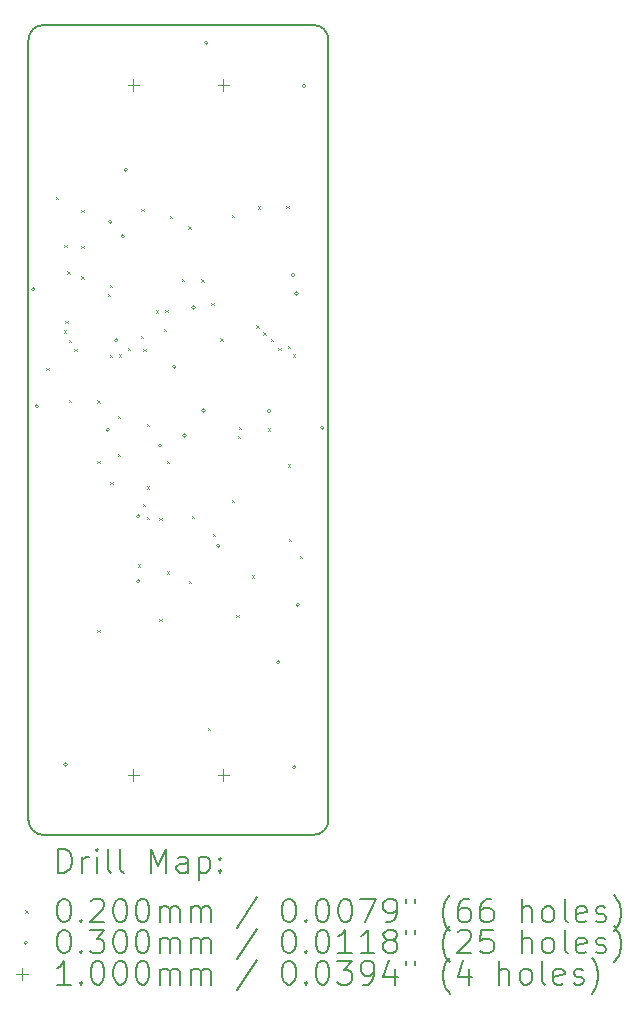
<source format=gbr>
%TF.GenerationSoftware,KiCad,Pcbnew,9.0.6-9.0.6~ubuntu25.10.1*%
%TF.CreationDate,2025-12-22T11:30:26+09:00*%
%TF.ProjectId,bionic-z180f,62696f6e-6963-42d7-9a31-3830662e6b69,2*%
%TF.SameCoordinates,Original*%
%TF.FileFunction,Drillmap*%
%TF.FilePolarity,Positive*%
%FSLAX45Y45*%
G04 Gerber Fmt 4.5, Leading zero omitted, Abs format (unit mm)*
G04 Created by KiCad (PCBNEW 9.0.6-9.0.6~ubuntu25.10.1) date 2025-12-22 11:30:26*
%MOMM*%
%LPD*%
G01*
G04 APERTURE LIST*
%ADD10C,0.150000*%
%ADD11C,0.200000*%
%ADD12C,0.100000*%
G04 APERTURE END LIST*
D10*
X10227000Y-13858000D02*
G75*
G02*
X10100000Y-13731000I0J127000D01*
G01*
X12513000Y-7000000D02*
X10227000Y-7000000D01*
X10100000Y-13731000D02*
X10100000Y-7127000D01*
X10100000Y-7127000D02*
G75*
G02*
X10227000Y-7000000I127000J0D01*
G01*
X10227000Y-13858000D02*
X12513000Y-13858000D01*
X12513000Y-7000000D02*
G75*
G02*
X12640000Y-7127000I0J-127000D01*
G01*
X12640000Y-13731000D02*
G75*
G02*
X12513000Y-13858000I-127000J0D01*
G01*
X12640000Y-13731000D02*
X12640000Y-7127000D01*
D11*
D12*
X10252560Y-9903380D02*
X10272560Y-9923380D01*
X10272560Y-9903380D02*
X10252560Y-9923380D01*
X10333840Y-8458120D02*
X10353840Y-8478120D01*
X10353840Y-8458120D02*
X10333840Y-8478120D01*
X10397340Y-9585880D02*
X10417340Y-9605880D01*
X10417340Y-9585880D02*
X10397340Y-9605880D01*
X10404960Y-8864520D02*
X10424960Y-8884520D01*
X10424960Y-8864520D02*
X10404960Y-8884520D01*
X10412580Y-9504600D02*
X10432580Y-9524600D01*
X10432580Y-9504600D02*
X10412580Y-9524600D01*
X10428780Y-9084900D02*
X10448780Y-9104900D01*
X10448780Y-9084900D02*
X10428780Y-9104900D01*
X10442340Y-9664900D02*
X10462340Y-9684900D01*
X10462340Y-9664900D02*
X10442340Y-9684900D01*
X10444020Y-10175160D02*
X10464020Y-10195160D01*
X10464020Y-10175160D02*
X10444020Y-10195160D01*
X10488060Y-9744900D02*
X10508060Y-9764900D01*
X10508060Y-9744900D02*
X10488060Y-9764900D01*
X10548700Y-8567340D02*
X10568700Y-8587340D01*
X10568700Y-8567340D02*
X10548700Y-8587340D01*
X10548700Y-8872140D02*
X10568700Y-8892140D01*
X10568700Y-8872140D02*
X10548700Y-8892140D01*
X10548700Y-9128680D02*
X10568700Y-9148680D01*
X10568700Y-9128680D02*
X10548700Y-9148680D01*
X10684400Y-10177700D02*
X10704400Y-10197700D01*
X10704400Y-10177700D02*
X10684400Y-10197700D01*
X10684400Y-10688240D02*
X10704400Y-10708240D01*
X10704400Y-10688240D02*
X10684400Y-10708240D01*
X10684400Y-12120800D02*
X10704400Y-12140800D01*
X10704400Y-12120800D02*
X10684400Y-12140800D01*
X10772214Y-9277211D02*
X10792214Y-9297211D01*
X10792214Y-9277211D02*
X10772214Y-9297211D01*
X10789254Y-9199047D02*
X10809254Y-9219047D01*
X10809254Y-9199047D02*
X10789254Y-9219047D01*
X10791040Y-9791620D02*
X10811040Y-9811620D01*
X10811040Y-9791620D02*
X10791040Y-9811620D01*
X10794540Y-10871120D02*
X10814540Y-10891120D01*
X10814540Y-10871120D02*
X10794540Y-10891120D01*
X10854540Y-10309780D02*
X10874540Y-10329780D01*
X10874540Y-10309780D02*
X10854540Y-10329780D01*
X10854540Y-10632360D02*
X10874540Y-10652360D01*
X10874540Y-10632360D02*
X10854540Y-10652360D01*
X10867240Y-9789080D02*
X10887240Y-9809080D01*
X10887240Y-9789080D02*
X10867240Y-9809080D01*
X10940900Y-9733200D02*
X10960900Y-9753200D01*
X10960900Y-9733200D02*
X10940900Y-9753200D01*
X11024720Y-11567080D02*
X11044720Y-11587080D01*
X11044720Y-11567080D02*
X11024720Y-11587080D01*
X11052144Y-9634657D02*
X11072144Y-9654657D01*
X11072144Y-9634657D02*
X11052144Y-9654657D01*
X11055530Y-8557180D02*
X11075530Y-8577180D01*
X11075530Y-8557180D02*
X11055530Y-8577180D01*
X11070440Y-11056460D02*
X11090440Y-11076460D01*
X11090440Y-11056460D02*
X11070440Y-11076460D01*
X11072464Y-9743877D02*
X11092464Y-9763877D01*
X11092464Y-9743877D02*
X11072464Y-9763877D01*
X11103460Y-10378360D02*
X11123460Y-10398360D01*
X11123460Y-10378360D02*
X11103460Y-10398360D01*
X11103460Y-10906680D02*
X11123460Y-10926680D01*
X11123460Y-10906680D02*
X11103460Y-10926680D01*
X11103460Y-11163220D02*
X11123460Y-11183220D01*
X11123460Y-11163220D02*
X11103460Y-11183220D01*
X11177560Y-9415260D02*
X11197560Y-9435260D01*
X11197560Y-9415260D02*
X11177560Y-9435260D01*
X11207600Y-11170840D02*
X11227600Y-11190840D01*
X11227600Y-11170840D02*
X11207600Y-11190840D01*
X11207600Y-12026820D02*
X11227600Y-12046820D01*
X11227600Y-12026820D02*
X11207600Y-12046820D01*
X11247292Y-9574128D02*
X11267292Y-9594128D01*
X11267292Y-9574128D02*
X11247292Y-9594128D01*
X11259670Y-9414430D02*
X11279670Y-9434430D01*
X11279670Y-9414430D02*
X11259670Y-9434430D01*
X11273640Y-10693320D02*
X11293640Y-10713320D01*
X11293640Y-10693320D02*
X11273640Y-10713320D01*
X11273640Y-11627080D02*
X11293640Y-11647080D01*
X11293640Y-11627080D02*
X11273640Y-11647080D01*
X11299313Y-8619100D02*
X11319313Y-8639100D01*
X11319313Y-8619100D02*
X11299313Y-8639100D01*
X11400640Y-9149000D02*
X11420640Y-9169000D01*
X11420640Y-9149000D02*
X11400640Y-9169000D01*
X11453841Y-8704900D02*
X11473841Y-8724900D01*
X11473841Y-8704900D02*
X11453841Y-8724900D01*
X11456520Y-11704240D02*
X11476520Y-11724240D01*
X11476520Y-11704240D02*
X11456520Y-11724240D01*
X11484897Y-11158992D02*
X11504897Y-11178992D01*
X11504897Y-11158992D02*
X11484897Y-11178992D01*
X11564400Y-9152880D02*
X11584400Y-9172880D01*
X11584400Y-9152880D02*
X11564400Y-9172880D01*
X11616540Y-12948840D02*
X11636540Y-12968840D01*
X11636540Y-12948840D02*
X11616540Y-12968840D01*
X11649560Y-9352200D02*
X11669560Y-9372200D01*
X11669560Y-9352200D02*
X11649560Y-9372200D01*
X11659720Y-11308000D02*
X11679720Y-11328000D01*
X11679720Y-11308000D02*
X11659720Y-11328000D01*
X11725760Y-9654460D02*
X11745760Y-9674460D01*
X11745760Y-9654460D02*
X11725760Y-9674460D01*
X11819740Y-8605440D02*
X11839740Y-8625440D01*
X11839740Y-8605440D02*
X11819740Y-8625440D01*
X11822280Y-11023520D02*
X11842280Y-11043520D01*
X11842280Y-11023520D02*
X11822280Y-11043520D01*
X11860380Y-11996340D02*
X11880380Y-12016340D01*
X11880380Y-11996340D02*
X11860380Y-12016340D01*
X11871293Y-10481747D02*
X11891293Y-10501747D01*
X11891293Y-10481747D02*
X11871293Y-10501747D01*
X11883240Y-10401220D02*
X11903240Y-10421220D01*
X11903240Y-10401220D02*
X11883240Y-10421220D01*
X11989920Y-11659240D02*
X12009920Y-11679240D01*
X12009920Y-11659240D02*
X11989920Y-11679240D01*
X12028020Y-9542700D02*
X12048020Y-9562700D01*
X12048020Y-9542700D02*
X12028020Y-9562700D01*
X12043260Y-8536860D02*
X12063260Y-8556860D01*
X12063260Y-8536860D02*
X12043260Y-8556860D01*
X12088020Y-9603660D02*
X12108020Y-9623660D01*
X12108020Y-9603660D02*
X12088020Y-9623660D01*
X12124540Y-10416460D02*
X12144540Y-10436460D01*
X12144540Y-10416460D02*
X12124540Y-10436460D01*
X12149940Y-9656040D02*
X12169940Y-9676040D01*
X12169940Y-9656040D02*
X12149940Y-9676040D01*
X12215980Y-9735740D02*
X12235980Y-9755740D01*
X12235980Y-9735740D02*
X12215980Y-9755740D01*
X12284560Y-8534320D02*
X12304560Y-8554320D01*
X12304560Y-8534320D02*
X12284560Y-8554320D01*
X12293760Y-10721260D02*
X12313760Y-10741260D01*
X12313760Y-10721260D02*
X12293760Y-10741260D01*
X12294720Y-9717960D02*
X12314720Y-9737960D01*
X12314720Y-9717960D02*
X12294720Y-9737960D01*
X12303130Y-11351970D02*
X12323130Y-11371970D01*
X12323130Y-11351970D02*
X12303130Y-11371970D01*
X12337900Y-9789080D02*
X12357900Y-9809080D01*
X12357900Y-9789080D02*
X12337900Y-9809080D01*
X12397590Y-11494690D02*
X12417590Y-11514690D01*
X12417590Y-11494690D02*
X12397590Y-11514690D01*
X10155640Y-9237740D02*
G75*
G02*
X10125640Y-9237740I-15000J0D01*
G01*
X10125640Y-9237740D02*
G75*
G02*
X10155640Y-9237740I15000J0D01*
G01*
X10186120Y-10228340D02*
G75*
G02*
X10156120Y-10228340I-15000J0D01*
G01*
X10156120Y-10228340D02*
G75*
G02*
X10186120Y-10228340I15000J0D01*
G01*
X10429960Y-13261100D02*
G75*
G02*
X10399960Y-13261100I-15000J0D01*
G01*
X10399960Y-13261100D02*
G75*
G02*
X10429960Y-13261100I15000J0D01*
G01*
X10785560Y-10429000D02*
G75*
G02*
X10755560Y-10429000I-15000J0D01*
G01*
X10755560Y-10429000D02*
G75*
G02*
X10785560Y-10429000I15000J0D01*
G01*
X10808420Y-8666240D02*
G75*
G02*
X10778420Y-8666240I-15000J0D01*
G01*
X10778420Y-8666240D02*
G75*
G02*
X10808420Y-8666240I15000J0D01*
G01*
X10859220Y-9669540D02*
G75*
G02*
X10829220Y-9669540I-15000J0D01*
G01*
X10829220Y-9669540D02*
G75*
G02*
X10859220Y-9669540I15000J0D01*
G01*
X10912560Y-8788160D02*
G75*
G02*
X10882560Y-8788160I-15000J0D01*
G01*
X10882560Y-8788160D02*
G75*
G02*
X10912560Y-8788160I15000J0D01*
G01*
X10937960Y-8226820D02*
G75*
G02*
X10907960Y-8226820I-15000J0D01*
G01*
X10907960Y-8226820D02*
G75*
G02*
X10937960Y-8226820I15000J0D01*
G01*
X11044640Y-11160520D02*
G75*
G02*
X11014640Y-11160520I-15000J0D01*
G01*
X11014640Y-11160520D02*
G75*
G02*
X11044640Y-11160520I15000J0D01*
G01*
X11044640Y-11709160D02*
G75*
G02*
X11014640Y-11709160I-15000J0D01*
G01*
X11014640Y-11709160D02*
G75*
G02*
X11044640Y-11709160I15000J0D01*
G01*
X11227520Y-10561080D02*
G75*
G02*
X11197520Y-10561080I-15000J0D01*
G01*
X11197520Y-10561080D02*
G75*
G02*
X11227520Y-10561080I15000J0D01*
G01*
X11349440Y-9893060D02*
G75*
G02*
X11319440Y-9893060I-15000J0D01*
G01*
X11319440Y-9893060D02*
G75*
G02*
X11349440Y-9893060I15000J0D01*
G01*
X11435800Y-10474720D02*
G75*
G02*
X11405800Y-10474720I-15000J0D01*
G01*
X11405800Y-10474720D02*
G75*
G02*
X11435800Y-10474720I15000J0D01*
G01*
X11512000Y-9392680D02*
G75*
G02*
X11482000Y-9392680I-15000J0D01*
G01*
X11482000Y-9392680D02*
G75*
G02*
X11512000Y-9392680I15000J0D01*
G01*
X11595820Y-10263900D02*
G75*
G02*
X11565820Y-10263900I-15000J0D01*
G01*
X11565820Y-10263900D02*
G75*
G02*
X11595820Y-10263900I15000J0D01*
G01*
X11621220Y-7152400D02*
G75*
G02*
X11591220Y-7152400I-15000J0D01*
G01*
X11591220Y-7152400D02*
G75*
G02*
X11621220Y-7152400I15000J0D01*
G01*
X11720280Y-11409440D02*
G75*
G02*
X11690280Y-11409440I-15000J0D01*
G01*
X11690280Y-11409440D02*
G75*
G02*
X11720280Y-11409440I15000J0D01*
G01*
X12149540Y-10268980D02*
G75*
G02*
X12119540Y-10268980I-15000J0D01*
G01*
X12119540Y-10268980D02*
G75*
G02*
X12149540Y-10268980I15000J0D01*
G01*
X12230820Y-12394960D02*
G75*
G02*
X12200820Y-12394960I-15000J0D01*
G01*
X12200820Y-12394960D02*
G75*
G02*
X12230820Y-12394960I15000J0D01*
G01*
X12355280Y-9118360D02*
G75*
G02*
X12325280Y-9118360I-15000J0D01*
G01*
X12325280Y-9118360D02*
G75*
G02*
X12355280Y-9118360I15000J0D01*
G01*
X12365440Y-13286500D02*
G75*
G02*
X12335440Y-13286500I-15000J0D01*
G01*
X12335440Y-13286500D02*
G75*
G02*
X12365440Y-13286500I15000J0D01*
G01*
X12385760Y-9273300D02*
G75*
G02*
X12355760Y-9273300I-15000J0D01*
G01*
X12355760Y-9273300D02*
G75*
G02*
X12385760Y-9273300I15000J0D01*
G01*
X12393380Y-11909820D02*
G75*
G02*
X12363380Y-11909820I-15000J0D01*
G01*
X12363380Y-11909820D02*
G75*
G02*
X12393380Y-11909820I15000J0D01*
G01*
X12446720Y-7518160D02*
G75*
G02*
X12416720Y-7518160I-15000J0D01*
G01*
X12416720Y-7518160D02*
G75*
G02*
X12446720Y-7518160I15000J0D01*
G01*
X12601660Y-10411220D02*
G75*
G02*
X12571660Y-10411220I-15000J0D01*
G01*
X12571660Y-10411220D02*
G75*
G02*
X12601660Y-10411220I15000J0D01*
G01*
X10989000Y-7458000D02*
X10989000Y-7558000D01*
X10939000Y-7508000D02*
X11039000Y-7508000D01*
X10989000Y-13300000D02*
X10989000Y-13400000D01*
X10939000Y-13350000D02*
X11039000Y-13350000D01*
X11751000Y-7458000D02*
X11751000Y-7558000D01*
X11701000Y-7508000D02*
X11801000Y-7508000D01*
X11751000Y-13300000D02*
X11751000Y-13400000D01*
X11701000Y-13350000D02*
X11801000Y-13350000D01*
D11*
X10353277Y-14176984D02*
X10353277Y-13976984D01*
X10353277Y-13976984D02*
X10400896Y-13976984D01*
X10400896Y-13976984D02*
X10429467Y-13986508D01*
X10429467Y-13986508D02*
X10448515Y-14005555D01*
X10448515Y-14005555D02*
X10458039Y-14024603D01*
X10458039Y-14024603D02*
X10467563Y-14062698D01*
X10467563Y-14062698D02*
X10467563Y-14091269D01*
X10467563Y-14091269D02*
X10458039Y-14129365D01*
X10458039Y-14129365D02*
X10448515Y-14148412D01*
X10448515Y-14148412D02*
X10429467Y-14167460D01*
X10429467Y-14167460D02*
X10400896Y-14176984D01*
X10400896Y-14176984D02*
X10353277Y-14176984D01*
X10553277Y-14176984D02*
X10553277Y-14043650D01*
X10553277Y-14081746D02*
X10562801Y-14062698D01*
X10562801Y-14062698D02*
X10572324Y-14053174D01*
X10572324Y-14053174D02*
X10591372Y-14043650D01*
X10591372Y-14043650D02*
X10610420Y-14043650D01*
X10677086Y-14176984D02*
X10677086Y-14043650D01*
X10677086Y-13976984D02*
X10667563Y-13986508D01*
X10667563Y-13986508D02*
X10677086Y-13996031D01*
X10677086Y-13996031D02*
X10686610Y-13986508D01*
X10686610Y-13986508D02*
X10677086Y-13976984D01*
X10677086Y-13976984D02*
X10677086Y-13996031D01*
X10800896Y-14176984D02*
X10781848Y-14167460D01*
X10781848Y-14167460D02*
X10772324Y-14148412D01*
X10772324Y-14148412D02*
X10772324Y-13976984D01*
X10905658Y-14176984D02*
X10886610Y-14167460D01*
X10886610Y-14167460D02*
X10877086Y-14148412D01*
X10877086Y-14148412D02*
X10877086Y-13976984D01*
X11134229Y-14176984D02*
X11134229Y-13976984D01*
X11134229Y-13976984D02*
X11200896Y-14119841D01*
X11200896Y-14119841D02*
X11267562Y-13976984D01*
X11267562Y-13976984D02*
X11267562Y-14176984D01*
X11448515Y-14176984D02*
X11448515Y-14072222D01*
X11448515Y-14072222D02*
X11438991Y-14053174D01*
X11438991Y-14053174D02*
X11419943Y-14043650D01*
X11419943Y-14043650D02*
X11381848Y-14043650D01*
X11381848Y-14043650D02*
X11362801Y-14053174D01*
X11448515Y-14167460D02*
X11429467Y-14176984D01*
X11429467Y-14176984D02*
X11381848Y-14176984D01*
X11381848Y-14176984D02*
X11362801Y-14167460D01*
X11362801Y-14167460D02*
X11353277Y-14148412D01*
X11353277Y-14148412D02*
X11353277Y-14129365D01*
X11353277Y-14129365D02*
X11362801Y-14110317D01*
X11362801Y-14110317D02*
X11381848Y-14100793D01*
X11381848Y-14100793D02*
X11429467Y-14100793D01*
X11429467Y-14100793D02*
X11448515Y-14091269D01*
X11543753Y-14043650D02*
X11543753Y-14243650D01*
X11543753Y-14053174D02*
X11562801Y-14043650D01*
X11562801Y-14043650D02*
X11600896Y-14043650D01*
X11600896Y-14043650D02*
X11619943Y-14053174D01*
X11619943Y-14053174D02*
X11629467Y-14062698D01*
X11629467Y-14062698D02*
X11638991Y-14081746D01*
X11638991Y-14081746D02*
X11638991Y-14138888D01*
X11638991Y-14138888D02*
X11629467Y-14157936D01*
X11629467Y-14157936D02*
X11619943Y-14167460D01*
X11619943Y-14167460D02*
X11600896Y-14176984D01*
X11600896Y-14176984D02*
X11562801Y-14176984D01*
X11562801Y-14176984D02*
X11543753Y-14167460D01*
X11724705Y-14157936D02*
X11734229Y-14167460D01*
X11734229Y-14167460D02*
X11724705Y-14176984D01*
X11724705Y-14176984D02*
X11715182Y-14167460D01*
X11715182Y-14167460D02*
X11724705Y-14157936D01*
X11724705Y-14157936D02*
X11724705Y-14176984D01*
X11724705Y-14053174D02*
X11734229Y-14062698D01*
X11734229Y-14062698D02*
X11724705Y-14072222D01*
X11724705Y-14072222D02*
X11715182Y-14062698D01*
X11715182Y-14062698D02*
X11724705Y-14053174D01*
X11724705Y-14053174D02*
X11724705Y-14072222D01*
D12*
X10072500Y-14495500D02*
X10092500Y-14515500D01*
X10092500Y-14495500D02*
X10072500Y-14515500D01*
D11*
X10391372Y-14396984D02*
X10410420Y-14396984D01*
X10410420Y-14396984D02*
X10429467Y-14406508D01*
X10429467Y-14406508D02*
X10438991Y-14416031D01*
X10438991Y-14416031D02*
X10448515Y-14435079D01*
X10448515Y-14435079D02*
X10458039Y-14473174D01*
X10458039Y-14473174D02*
X10458039Y-14520793D01*
X10458039Y-14520793D02*
X10448515Y-14558888D01*
X10448515Y-14558888D02*
X10438991Y-14577936D01*
X10438991Y-14577936D02*
X10429467Y-14587460D01*
X10429467Y-14587460D02*
X10410420Y-14596984D01*
X10410420Y-14596984D02*
X10391372Y-14596984D01*
X10391372Y-14596984D02*
X10372324Y-14587460D01*
X10372324Y-14587460D02*
X10362801Y-14577936D01*
X10362801Y-14577936D02*
X10353277Y-14558888D01*
X10353277Y-14558888D02*
X10343753Y-14520793D01*
X10343753Y-14520793D02*
X10343753Y-14473174D01*
X10343753Y-14473174D02*
X10353277Y-14435079D01*
X10353277Y-14435079D02*
X10362801Y-14416031D01*
X10362801Y-14416031D02*
X10372324Y-14406508D01*
X10372324Y-14406508D02*
X10391372Y-14396984D01*
X10543753Y-14577936D02*
X10553277Y-14587460D01*
X10553277Y-14587460D02*
X10543753Y-14596984D01*
X10543753Y-14596984D02*
X10534229Y-14587460D01*
X10534229Y-14587460D02*
X10543753Y-14577936D01*
X10543753Y-14577936D02*
X10543753Y-14596984D01*
X10629467Y-14416031D02*
X10638991Y-14406508D01*
X10638991Y-14406508D02*
X10658039Y-14396984D01*
X10658039Y-14396984D02*
X10705658Y-14396984D01*
X10705658Y-14396984D02*
X10724705Y-14406508D01*
X10724705Y-14406508D02*
X10734229Y-14416031D01*
X10734229Y-14416031D02*
X10743753Y-14435079D01*
X10743753Y-14435079D02*
X10743753Y-14454127D01*
X10743753Y-14454127D02*
X10734229Y-14482698D01*
X10734229Y-14482698D02*
X10619944Y-14596984D01*
X10619944Y-14596984D02*
X10743753Y-14596984D01*
X10867563Y-14396984D02*
X10886610Y-14396984D01*
X10886610Y-14396984D02*
X10905658Y-14406508D01*
X10905658Y-14406508D02*
X10915182Y-14416031D01*
X10915182Y-14416031D02*
X10924705Y-14435079D01*
X10924705Y-14435079D02*
X10934229Y-14473174D01*
X10934229Y-14473174D02*
X10934229Y-14520793D01*
X10934229Y-14520793D02*
X10924705Y-14558888D01*
X10924705Y-14558888D02*
X10915182Y-14577936D01*
X10915182Y-14577936D02*
X10905658Y-14587460D01*
X10905658Y-14587460D02*
X10886610Y-14596984D01*
X10886610Y-14596984D02*
X10867563Y-14596984D01*
X10867563Y-14596984D02*
X10848515Y-14587460D01*
X10848515Y-14587460D02*
X10838991Y-14577936D01*
X10838991Y-14577936D02*
X10829467Y-14558888D01*
X10829467Y-14558888D02*
X10819944Y-14520793D01*
X10819944Y-14520793D02*
X10819944Y-14473174D01*
X10819944Y-14473174D02*
X10829467Y-14435079D01*
X10829467Y-14435079D02*
X10838991Y-14416031D01*
X10838991Y-14416031D02*
X10848515Y-14406508D01*
X10848515Y-14406508D02*
X10867563Y-14396984D01*
X11058039Y-14396984D02*
X11077086Y-14396984D01*
X11077086Y-14396984D02*
X11096134Y-14406508D01*
X11096134Y-14406508D02*
X11105658Y-14416031D01*
X11105658Y-14416031D02*
X11115182Y-14435079D01*
X11115182Y-14435079D02*
X11124705Y-14473174D01*
X11124705Y-14473174D02*
X11124705Y-14520793D01*
X11124705Y-14520793D02*
X11115182Y-14558888D01*
X11115182Y-14558888D02*
X11105658Y-14577936D01*
X11105658Y-14577936D02*
X11096134Y-14587460D01*
X11096134Y-14587460D02*
X11077086Y-14596984D01*
X11077086Y-14596984D02*
X11058039Y-14596984D01*
X11058039Y-14596984D02*
X11038991Y-14587460D01*
X11038991Y-14587460D02*
X11029467Y-14577936D01*
X11029467Y-14577936D02*
X11019944Y-14558888D01*
X11019944Y-14558888D02*
X11010420Y-14520793D01*
X11010420Y-14520793D02*
X11010420Y-14473174D01*
X11010420Y-14473174D02*
X11019944Y-14435079D01*
X11019944Y-14435079D02*
X11029467Y-14416031D01*
X11029467Y-14416031D02*
X11038991Y-14406508D01*
X11038991Y-14406508D02*
X11058039Y-14396984D01*
X11210420Y-14596984D02*
X11210420Y-14463650D01*
X11210420Y-14482698D02*
X11219943Y-14473174D01*
X11219943Y-14473174D02*
X11238991Y-14463650D01*
X11238991Y-14463650D02*
X11267563Y-14463650D01*
X11267563Y-14463650D02*
X11286610Y-14473174D01*
X11286610Y-14473174D02*
X11296134Y-14492222D01*
X11296134Y-14492222D02*
X11296134Y-14596984D01*
X11296134Y-14492222D02*
X11305658Y-14473174D01*
X11305658Y-14473174D02*
X11324705Y-14463650D01*
X11324705Y-14463650D02*
X11353277Y-14463650D01*
X11353277Y-14463650D02*
X11372324Y-14473174D01*
X11372324Y-14473174D02*
X11381848Y-14492222D01*
X11381848Y-14492222D02*
X11381848Y-14596984D01*
X11477086Y-14596984D02*
X11477086Y-14463650D01*
X11477086Y-14482698D02*
X11486610Y-14473174D01*
X11486610Y-14473174D02*
X11505658Y-14463650D01*
X11505658Y-14463650D02*
X11534229Y-14463650D01*
X11534229Y-14463650D02*
X11553277Y-14473174D01*
X11553277Y-14473174D02*
X11562801Y-14492222D01*
X11562801Y-14492222D02*
X11562801Y-14596984D01*
X11562801Y-14492222D02*
X11572324Y-14473174D01*
X11572324Y-14473174D02*
X11591372Y-14463650D01*
X11591372Y-14463650D02*
X11619943Y-14463650D01*
X11619943Y-14463650D02*
X11638991Y-14473174D01*
X11638991Y-14473174D02*
X11648515Y-14492222D01*
X11648515Y-14492222D02*
X11648515Y-14596984D01*
X12038991Y-14387460D02*
X11867563Y-14644603D01*
X12296134Y-14396984D02*
X12315182Y-14396984D01*
X12315182Y-14396984D02*
X12334229Y-14406508D01*
X12334229Y-14406508D02*
X12343753Y-14416031D01*
X12343753Y-14416031D02*
X12353277Y-14435079D01*
X12353277Y-14435079D02*
X12362801Y-14473174D01*
X12362801Y-14473174D02*
X12362801Y-14520793D01*
X12362801Y-14520793D02*
X12353277Y-14558888D01*
X12353277Y-14558888D02*
X12343753Y-14577936D01*
X12343753Y-14577936D02*
X12334229Y-14587460D01*
X12334229Y-14587460D02*
X12315182Y-14596984D01*
X12315182Y-14596984D02*
X12296134Y-14596984D01*
X12296134Y-14596984D02*
X12277086Y-14587460D01*
X12277086Y-14587460D02*
X12267563Y-14577936D01*
X12267563Y-14577936D02*
X12258039Y-14558888D01*
X12258039Y-14558888D02*
X12248515Y-14520793D01*
X12248515Y-14520793D02*
X12248515Y-14473174D01*
X12248515Y-14473174D02*
X12258039Y-14435079D01*
X12258039Y-14435079D02*
X12267563Y-14416031D01*
X12267563Y-14416031D02*
X12277086Y-14406508D01*
X12277086Y-14406508D02*
X12296134Y-14396984D01*
X12448515Y-14577936D02*
X12458039Y-14587460D01*
X12458039Y-14587460D02*
X12448515Y-14596984D01*
X12448515Y-14596984D02*
X12438991Y-14587460D01*
X12438991Y-14587460D02*
X12448515Y-14577936D01*
X12448515Y-14577936D02*
X12448515Y-14596984D01*
X12581848Y-14396984D02*
X12600896Y-14396984D01*
X12600896Y-14396984D02*
X12619944Y-14406508D01*
X12619944Y-14406508D02*
X12629467Y-14416031D01*
X12629467Y-14416031D02*
X12638991Y-14435079D01*
X12638991Y-14435079D02*
X12648515Y-14473174D01*
X12648515Y-14473174D02*
X12648515Y-14520793D01*
X12648515Y-14520793D02*
X12638991Y-14558888D01*
X12638991Y-14558888D02*
X12629467Y-14577936D01*
X12629467Y-14577936D02*
X12619944Y-14587460D01*
X12619944Y-14587460D02*
X12600896Y-14596984D01*
X12600896Y-14596984D02*
X12581848Y-14596984D01*
X12581848Y-14596984D02*
X12562801Y-14587460D01*
X12562801Y-14587460D02*
X12553277Y-14577936D01*
X12553277Y-14577936D02*
X12543753Y-14558888D01*
X12543753Y-14558888D02*
X12534229Y-14520793D01*
X12534229Y-14520793D02*
X12534229Y-14473174D01*
X12534229Y-14473174D02*
X12543753Y-14435079D01*
X12543753Y-14435079D02*
X12553277Y-14416031D01*
X12553277Y-14416031D02*
X12562801Y-14406508D01*
X12562801Y-14406508D02*
X12581848Y-14396984D01*
X12772325Y-14396984D02*
X12791372Y-14396984D01*
X12791372Y-14396984D02*
X12810420Y-14406508D01*
X12810420Y-14406508D02*
X12819944Y-14416031D01*
X12819944Y-14416031D02*
X12829467Y-14435079D01*
X12829467Y-14435079D02*
X12838991Y-14473174D01*
X12838991Y-14473174D02*
X12838991Y-14520793D01*
X12838991Y-14520793D02*
X12829467Y-14558888D01*
X12829467Y-14558888D02*
X12819944Y-14577936D01*
X12819944Y-14577936D02*
X12810420Y-14587460D01*
X12810420Y-14587460D02*
X12791372Y-14596984D01*
X12791372Y-14596984D02*
X12772325Y-14596984D01*
X12772325Y-14596984D02*
X12753277Y-14587460D01*
X12753277Y-14587460D02*
X12743753Y-14577936D01*
X12743753Y-14577936D02*
X12734229Y-14558888D01*
X12734229Y-14558888D02*
X12724706Y-14520793D01*
X12724706Y-14520793D02*
X12724706Y-14473174D01*
X12724706Y-14473174D02*
X12734229Y-14435079D01*
X12734229Y-14435079D02*
X12743753Y-14416031D01*
X12743753Y-14416031D02*
X12753277Y-14406508D01*
X12753277Y-14406508D02*
X12772325Y-14396984D01*
X12905658Y-14396984D02*
X13038991Y-14396984D01*
X13038991Y-14396984D02*
X12953277Y-14596984D01*
X13124706Y-14596984D02*
X13162801Y-14596984D01*
X13162801Y-14596984D02*
X13181848Y-14587460D01*
X13181848Y-14587460D02*
X13191372Y-14577936D01*
X13191372Y-14577936D02*
X13210420Y-14549365D01*
X13210420Y-14549365D02*
X13219944Y-14511269D01*
X13219944Y-14511269D02*
X13219944Y-14435079D01*
X13219944Y-14435079D02*
X13210420Y-14416031D01*
X13210420Y-14416031D02*
X13200896Y-14406508D01*
X13200896Y-14406508D02*
X13181848Y-14396984D01*
X13181848Y-14396984D02*
X13143753Y-14396984D01*
X13143753Y-14396984D02*
X13124706Y-14406508D01*
X13124706Y-14406508D02*
X13115182Y-14416031D01*
X13115182Y-14416031D02*
X13105658Y-14435079D01*
X13105658Y-14435079D02*
X13105658Y-14482698D01*
X13105658Y-14482698D02*
X13115182Y-14501746D01*
X13115182Y-14501746D02*
X13124706Y-14511269D01*
X13124706Y-14511269D02*
X13143753Y-14520793D01*
X13143753Y-14520793D02*
X13181848Y-14520793D01*
X13181848Y-14520793D02*
X13200896Y-14511269D01*
X13200896Y-14511269D02*
X13210420Y-14501746D01*
X13210420Y-14501746D02*
X13219944Y-14482698D01*
X13296134Y-14396984D02*
X13296134Y-14435079D01*
X13372325Y-14396984D02*
X13372325Y-14435079D01*
X13667563Y-14673174D02*
X13658039Y-14663650D01*
X13658039Y-14663650D02*
X13638991Y-14635079D01*
X13638991Y-14635079D02*
X13629468Y-14616031D01*
X13629468Y-14616031D02*
X13619944Y-14587460D01*
X13619944Y-14587460D02*
X13610420Y-14539841D01*
X13610420Y-14539841D02*
X13610420Y-14501746D01*
X13610420Y-14501746D02*
X13619944Y-14454127D01*
X13619944Y-14454127D02*
X13629468Y-14425555D01*
X13629468Y-14425555D02*
X13638991Y-14406508D01*
X13638991Y-14406508D02*
X13658039Y-14377936D01*
X13658039Y-14377936D02*
X13667563Y-14368412D01*
X13829468Y-14396984D02*
X13791372Y-14396984D01*
X13791372Y-14396984D02*
X13772325Y-14406508D01*
X13772325Y-14406508D02*
X13762801Y-14416031D01*
X13762801Y-14416031D02*
X13743753Y-14444603D01*
X13743753Y-14444603D02*
X13734229Y-14482698D01*
X13734229Y-14482698D02*
X13734229Y-14558888D01*
X13734229Y-14558888D02*
X13743753Y-14577936D01*
X13743753Y-14577936D02*
X13753277Y-14587460D01*
X13753277Y-14587460D02*
X13772325Y-14596984D01*
X13772325Y-14596984D02*
X13810420Y-14596984D01*
X13810420Y-14596984D02*
X13829468Y-14587460D01*
X13829468Y-14587460D02*
X13838991Y-14577936D01*
X13838991Y-14577936D02*
X13848515Y-14558888D01*
X13848515Y-14558888D02*
X13848515Y-14511269D01*
X13848515Y-14511269D02*
X13838991Y-14492222D01*
X13838991Y-14492222D02*
X13829468Y-14482698D01*
X13829468Y-14482698D02*
X13810420Y-14473174D01*
X13810420Y-14473174D02*
X13772325Y-14473174D01*
X13772325Y-14473174D02*
X13753277Y-14482698D01*
X13753277Y-14482698D02*
X13743753Y-14492222D01*
X13743753Y-14492222D02*
X13734229Y-14511269D01*
X14019944Y-14396984D02*
X13981848Y-14396984D01*
X13981848Y-14396984D02*
X13962801Y-14406508D01*
X13962801Y-14406508D02*
X13953277Y-14416031D01*
X13953277Y-14416031D02*
X13934229Y-14444603D01*
X13934229Y-14444603D02*
X13924706Y-14482698D01*
X13924706Y-14482698D02*
X13924706Y-14558888D01*
X13924706Y-14558888D02*
X13934229Y-14577936D01*
X13934229Y-14577936D02*
X13943753Y-14587460D01*
X13943753Y-14587460D02*
X13962801Y-14596984D01*
X13962801Y-14596984D02*
X14000896Y-14596984D01*
X14000896Y-14596984D02*
X14019944Y-14587460D01*
X14019944Y-14587460D02*
X14029468Y-14577936D01*
X14029468Y-14577936D02*
X14038991Y-14558888D01*
X14038991Y-14558888D02*
X14038991Y-14511269D01*
X14038991Y-14511269D02*
X14029468Y-14492222D01*
X14029468Y-14492222D02*
X14019944Y-14482698D01*
X14019944Y-14482698D02*
X14000896Y-14473174D01*
X14000896Y-14473174D02*
X13962801Y-14473174D01*
X13962801Y-14473174D02*
X13943753Y-14482698D01*
X13943753Y-14482698D02*
X13934229Y-14492222D01*
X13934229Y-14492222D02*
X13924706Y-14511269D01*
X14277087Y-14596984D02*
X14277087Y-14396984D01*
X14362801Y-14596984D02*
X14362801Y-14492222D01*
X14362801Y-14492222D02*
X14353277Y-14473174D01*
X14353277Y-14473174D02*
X14334230Y-14463650D01*
X14334230Y-14463650D02*
X14305658Y-14463650D01*
X14305658Y-14463650D02*
X14286610Y-14473174D01*
X14286610Y-14473174D02*
X14277087Y-14482698D01*
X14486610Y-14596984D02*
X14467563Y-14587460D01*
X14467563Y-14587460D02*
X14458039Y-14577936D01*
X14458039Y-14577936D02*
X14448515Y-14558888D01*
X14448515Y-14558888D02*
X14448515Y-14501746D01*
X14448515Y-14501746D02*
X14458039Y-14482698D01*
X14458039Y-14482698D02*
X14467563Y-14473174D01*
X14467563Y-14473174D02*
X14486610Y-14463650D01*
X14486610Y-14463650D02*
X14515182Y-14463650D01*
X14515182Y-14463650D02*
X14534230Y-14473174D01*
X14534230Y-14473174D02*
X14543753Y-14482698D01*
X14543753Y-14482698D02*
X14553277Y-14501746D01*
X14553277Y-14501746D02*
X14553277Y-14558888D01*
X14553277Y-14558888D02*
X14543753Y-14577936D01*
X14543753Y-14577936D02*
X14534230Y-14587460D01*
X14534230Y-14587460D02*
X14515182Y-14596984D01*
X14515182Y-14596984D02*
X14486610Y-14596984D01*
X14667563Y-14596984D02*
X14648515Y-14587460D01*
X14648515Y-14587460D02*
X14638991Y-14568412D01*
X14638991Y-14568412D02*
X14638991Y-14396984D01*
X14819944Y-14587460D02*
X14800896Y-14596984D01*
X14800896Y-14596984D02*
X14762801Y-14596984D01*
X14762801Y-14596984D02*
X14743753Y-14587460D01*
X14743753Y-14587460D02*
X14734230Y-14568412D01*
X14734230Y-14568412D02*
X14734230Y-14492222D01*
X14734230Y-14492222D02*
X14743753Y-14473174D01*
X14743753Y-14473174D02*
X14762801Y-14463650D01*
X14762801Y-14463650D02*
X14800896Y-14463650D01*
X14800896Y-14463650D02*
X14819944Y-14473174D01*
X14819944Y-14473174D02*
X14829468Y-14492222D01*
X14829468Y-14492222D02*
X14829468Y-14511269D01*
X14829468Y-14511269D02*
X14734230Y-14530317D01*
X14905658Y-14587460D02*
X14924706Y-14596984D01*
X14924706Y-14596984D02*
X14962801Y-14596984D01*
X14962801Y-14596984D02*
X14981849Y-14587460D01*
X14981849Y-14587460D02*
X14991372Y-14568412D01*
X14991372Y-14568412D02*
X14991372Y-14558888D01*
X14991372Y-14558888D02*
X14981849Y-14539841D01*
X14981849Y-14539841D02*
X14962801Y-14530317D01*
X14962801Y-14530317D02*
X14934230Y-14530317D01*
X14934230Y-14530317D02*
X14915182Y-14520793D01*
X14915182Y-14520793D02*
X14905658Y-14501746D01*
X14905658Y-14501746D02*
X14905658Y-14492222D01*
X14905658Y-14492222D02*
X14915182Y-14473174D01*
X14915182Y-14473174D02*
X14934230Y-14463650D01*
X14934230Y-14463650D02*
X14962801Y-14463650D01*
X14962801Y-14463650D02*
X14981849Y-14473174D01*
X15058039Y-14673174D02*
X15067563Y-14663650D01*
X15067563Y-14663650D02*
X15086611Y-14635079D01*
X15086611Y-14635079D02*
X15096134Y-14616031D01*
X15096134Y-14616031D02*
X15105658Y-14587460D01*
X15105658Y-14587460D02*
X15115182Y-14539841D01*
X15115182Y-14539841D02*
X15115182Y-14501746D01*
X15115182Y-14501746D02*
X15105658Y-14454127D01*
X15105658Y-14454127D02*
X15096134Y-14425555D01*
X15096134Y-14425555D02*
X15086611Y-14406508D01*
X15086611Y-14406508D02*
X15067563Y-14377936D01*
X15067563Y-14377936D02*
X15058039Y-14368412D01*
D12*
X10092500Y-14769500D02*
G75*
G02*
X10062500Y-14769500I-15000J0D01*
G01*
X10062500Y-14769500D02*
G75*
G02*
X10092500Y-14769500I15000J0D01*
G01*
D11*
X10391372Y-14660984D02*
X10410420Y-14660984D01*
X10410420Y-14660984D02*
X10429467Y-14670508D01*
X10429467Y-14670508D02*
X10438991Y-14680031D01*
X10438991Y-14680031D02*
X10448515Y-14699079D01*
X10448515Y-14699079D02*
X10458039Y-14737174D01*
X10458039Y-14737174D02*
X10458039Y-14784793D01*
X10458039Y-14784793D02*
X10448515Y-14822888D01*
X10448515Y-14822888D02*
X10438991Y-14841936D01*
X10438991Y-14841936D02*
X10429467Y-14851460D01*
X10429467Y-14851460D02*
X10410420Y-14860984D01*
X10410420Y-14860984D02*
X10391372Y-14860984D01*
X10391372Y-14860984D02*
X10372324Y-14851460D01*
X10372324Y-14851460D02*
X10362801Y-14841936D01*
X10362801Y-14841936D02*
X10353277Y-14822888D01*
X10353277Y-14822888D02*
X10343753Y-14784793D01*
X10343753Y-14784793D02*
X10343753Y-14737174D01*
X10343753Y-14737174D02*
X10353277Y-14699079D01*
X10353277Y-14699079D02*
X10362801Y-14680031D01*
X10362801Y-14680031D02*
X10372324Y-14670508D01*
X10372324Y-14670508D02*
X10391372Y-14660984D01*
X10543753Y-14841936D02*
X10553277Y-14851460D01*
X10553277Y-14851460D02*
X10543753Y-14860984D01*
X10543753Y-14860984D02*
X10534229Y-14851460D01*
X10534229Y-14851460D02*
X10543753Y-14841936D01*
X10543753Y-14841936D02*
X10543753Y-14860984D01*
X10619944Y-14660984D02*
X10743753Y-14660984D01*
X10743753Y-14660984D02*
X10677086Y-14737174D01*
X10677086Y-14737174D02*
X10705658Y-14737174D01*
X10705658Y-14737174D02*
X10724705Y-14746698D01*
X10724705Y-14746698D02*
X10734229Y-14756222D01*
X10734229Y-14756222D02*
X10743753Y-14775269D01*
X10743753Y-14775269D02*
X10743753Y-14822888D01*
X10743753Y-14822888D02*
X10734229Y-14841936D01*
X10734229Y-14841936D02*
X10724705Y-14851460D01*
X10724705Y-14851460D02*
X10705658Y-14860984D01*
X10705658Y-14860984D02*
X10648515Y-14860984D01*
X10648515Y-14860984D02*
X10629467Y-14851460D01*
X10629467Y-14851460D02*
X10619944Y-14841936D01*
X10867563Y-14660984D02*
X10886610Y-14660984D01*
X10886610Y-14660984D02*
X10905658Y-14670508D01*
X10905658Y-14670508D02*
X10915182Y-14680031D01*
X10915182Y-14680031D02*
X10924705Y-14699079D01*
X10924705Y-14699079D02*
X10934229Y-14737174D01*
X10934229Y-14737174D02*
X10934229Y-14784793D01*
X10934229Y-14784793D02*
X10924705Y-14822888D01*
X10924705Y-14822888D02*
X10915182Y-14841936D01*
X10915182Y-14841936D02*
X10905658Y-14851460D01*
X10905658Y-14851460D02*
X10886610Y-14860984D01*
X10886610Y-14860984D02*
X10867563Y-14860984D01*
X10867563Y-14860984D02*
X10848515Y-14851460D01*
X10848515Y-14851460D02*
X10838991Y-14841936D01*
X10838991Y-14841936D02*
X10829467Y-14822888D01*
X10829467Y-14822888D02*
X10819944Y-14784793D01*
X10819944Y-14784793D02*
X10819944Y-14737174D01*
X10819944Y-14737174D02*
X10829467Y-14699079D01*
X10829467Y-14699079D02*
X10838991Y-14680031D01*
X10838991Y-14680031D02*
X10848515Y-14670508D01*
X10848515Y-14670508D02*
X10867563Y-14660984D01*
X11058039Y-14660984D02*
X11077086Y-14660984D01*
X11077086Y-14660984D02*
X11096134Y-14670508D01*
X11096134Y-14670508D02*
X11105658Y-14680031D01*
X11105658Y-14680031D02*
X11115182Y-14699079D01*
X11115182Y-14699079D02*
X11124705Y-14737174D01*
X11124705Y-14737174D02*
X11124705Y-14784793D01*
X11124705Y-14784793D02*
X11115182Y-14822888D01*
X11115182Y-14822888D02*
X11105658Y-14841936D01*
X11105658Y-14841936D02*
X11096134Y-14851460D01*
X11096134Y-14851460D02*
X11077086Y-14860984D01*
X11077086Y-14860984D02*
X11058039Y-14860984D01*
X11058039Y-14860984D02*
X11038991Y-14851460D01*
X11038991Y-14851460D02*
X11029467Y-14841936D01*
X11029467Y-14841936D02*
X11019944Y-14822888D01*
X11019944Y-14822888D02*
X11010420Y-14784793D01*
X11010420Y-14784793D02*
X11010420Y-14737174D01*
X11010420Y-14737174D02*
X11019944Y-14699079D01*
X11019944Y-14699079D02*
X11029467Y-14680031D01*
X11029467Y-14680031D02*
X11038991Y-14670508D01*
X11038991Y-14670508D02*
X11058039Y-14660984D01*
X11210420Y-14860984D02*
X11210420Y-14727650D01*
X11210420Y-14746698D02*
X11219943Y-14737174D01*
X11219943Y-14737174D02*
X11238991Y-14727650D01*
X11238991Y-14727650D02*
X11267563Y-14727650D01*
X11267563Y-14727650D02*
X11286610Y-14737174D01*
X11286610Y-14737174D02*
X11296134Y-14756222D01*
X11296134Y-14756222D02*
X11296134Y-14860984D01*
X11296134Y-14756222D02*
X11305658Y-14737174D01*
X11305658Y-14737174D02*
X11324705Y-14727650D01*
X11324705Y-14727650D02*
X11353277Y-14727650D01*
X11353277Y-14727650D02*
X11372324Y-14737174D01*
X11372324Y-14737174D02*
X11381848Y-14756222D01*
X11381848Y-14756222D02*
X11381848Y-14860984D01*
X11477086Y-14860984D02*
X11477086Y-14727650D01*
X11477086Y-14746698D02*
X11486610Y-14737174D01*
X11486610Y-14737174D02*
X11505658Y-14727650D01*
X11505658Y-14727650D02*
X11534229Y-14727650D01*
X11534229Y-14727650D02*
X11553277Y-14737174D01*
X11553277Y-14737174D02*
X11562801Y-14756222D01*
X11562801Y-14756222D02*
X11562801Y-14860984D01*
X11562801Y-14756222D02*
X11572324Y-14737174D01*
X11572324Y-14737174D02*
X11591372Y-14727650D01*
X11591372Y-14727650D02*
X11619943Y-14727650D01*
X11619943Y-14727650D02*
X11638991Y-14737174D01*
X11638991Y-14737174D02*
X11648515Y-14756222D01*
X11648515Y-14756222D02*
X11648515Y-14860984D01*
X12038991Y-14651460D02*
X11867563Y-14908603D01*
X12296134Y-14660984D02*
X12315182Y-14660984D01*
X12315182Y-14660984D02*
X12334229Y-14670508D01*
X12334229Y-14670508D02*
X12343753Y-14680031D01*
X12343753Y-14680031D02*
X12353277Y-14699079D01*
X12353277Y-14699079D02*
X12362801Y-14737174D01*
X12362801Y-14737174D02*
X12362801Y-14784793D01*
X12362801Y-14784793D02*
X12353277Y-14822888D01*
X12353277Y-14822888D02*
X12343753Y-14841936D01*
X12343753Y-14841936D02*
X12334229Y-14851460D01*
X12334229Y-14851460D02*
X12315182Y-14860984D01*
X12315182Y-14860984D02*
X12296134Y-14860984D01*
X12296134Y-14860984D02*
X12277086Y-14851460D01*
X12277086Y-14851460D02*
X12267563Y-14841936D01*
X12267563Y-14841936D02*
X12258039Y-14822888D01*
X12258039Y-14822888D02*
X12248515Y-14784793D01*
X12248515Y-14784793D02*
X12248515Y-14737174D01*
X12248515Y-14737174D02*
X12258039Y-14699079D01*
X12258039Y-14699079D02*
X12267563Y-14680031D01*
X12267563Y-14680031D02*
X12277086Y-14670508D01*
X12277086Y-14670508D02*
X12296134Y-14660984D01*
X12448515Y-14841936D02*
X12458039Y-14851460D01*
X12458039Y-14851460D02*
X12448515Y-14860984D01*
X12448515Y-14860984D02*
X12438991Y-14851460D01*
X12438991Y-14851460D02*
X12448515Y-14841936D01*
X12448515Y-14841936D02*
X12448515Y-14860984D01*
X12581848Y-14660984D02*
X12600896Y-14660984D01*
X12600896Y-14660984D02*
X12619944Y-14670508D01*
X12619944Y-14670508D02*
X12629467Y-14680031D01*
X12629467Y-14680031D02*
X12638991Y-14699079D01*
X12638991Y-14699079D02*
X12648515Y-14737174D01*
X12648515Y-14737174D02*
X12648515Y-14784793D01*
X12648515Y-14784793D02*
X12638991Y-14822888D01*
X12638991Y-14822888D02*
X12629467Y-14841936D01*
X12629467Y-14841936D02*
X12619944Y-14851460D01*
X12619944Y-14851460D02*
X12600896Y-14860984D01*
X12600896Y-14860984D02*
X12581848Y-14860984D01*
X12581848Y-14860984D02*
X12562801Y-14851460D01*
X12562801Y-14851460D02*
X12553277Y-14841936D01*
X12553277Y-14841936D02*
X12543753Y-14822888D01*
X12543753Y-14822888D02*
X12534229Y-14784793D01*
X12534229Y-14784793D02*
X12534229Y-14737174D01*
X12534229Y-14737174D02*
X12543753Y-14699079D01*
X12543753Y-14699079D02*
X12553277Y-14680031D01*
X12553277Y-14680031D02*
X12562801Y-14670508D01*
X12562801Y-14670508D02*
X12581848Y-14660984D01*
X12838991Y-14860984D02*
X12724706Y-14860984D01*
X12781848Y-14860984D02*
X12781848Y-14660984D01*
X12781848Y-14660984D02*
X12762801Y-14689555D01*
X12762801Y-14689555D02*
X12743753Y-14708603D01*
X12743753Y-14708603D02*
X12724706Y-14718127D01*
X13029467Y-14860984D02*
X12915182Y-14860984D01*
X12972325Y-14860984D02*
X12972325Y-14660984D01*
X12972325Y-14660984D02*
X12953277Y-14689555D01*
X12953277Y-14689555D02*
X12934229Y-14708603D01*
X12934229Y-14708603D02*
X12915182Y-14718127D01*
X13143753Y-14746698D02*
X13124706Y-14737174D01*
X13124706Y-14737174D02*
X13115182Y-14727650D01*
X13115182Y-14727650D02*
X13105658Y-14708603D01*
X13105658Y-14708603D02*
X13105658Y-14699079D01*
X13105658Y-14699079D02*
X13115182Y-14680031D01*
X13115182Y-14680031D02*
X13124706Y-14670508D01*
X13124706Y-14670508D02*
X13143753Y-14660984D01*
X13143753Y-14660984D02*
X13181848Y-14660984D01*
X13181848Y-14660984D02*
X13200896Y-14670508D01*
X13200896Y-14670508D02*
X13210420Y-14680031D01*
X13210420Y-14680031D02*
X13219944Y-14699079D01*
X13219944Y-14699079D02*
X13219944Y-14708603D01*
X13219944Y-14708603D02*
X13210420Y-14727650D01*
X13210420Y-14727650D02*
X13200896Y-14737174D01*
X13200896Y-14737174D02*
X13181848Y-14746698D01*
X13181848Y-14746698D02*
X13143753Y-14746698D01*
X13143753Y-14746698D02*
X13124706Y-14756222D01*
X13124706Y-14756222D02*
X13115182Y-14765746D01*
X13115182Y-14765746D02*
X13105658Y-14784793D01*
X13105658Y-14784793D02*
X13105658Y-14822888D01*
X13105658Y-14822888D02*
X13115182Y-14841936D01*
X13115182Y-14841936D02*
X13124706Y-14851460D01*
X13124706Y-14851460D02*
X13143753Y-14860984D01*
X13143753Y-14860984D02*
X13181848Y-14860984D01*
X13181848Y-14860984D02*
X13200896Y-14851460D01*
X13200896Y-14851460D02*
X13210420Y-14841936D01*
X13210420Y-14841936D02*
X13219944Y-14822888D01*
X13219944Y-14822888D02*
X13219944Y-14784793D01*
X13219944Y-14784793D02*
X13210420Y-14765746D01*
X13210420Y-14765746D02*
X13200896Y-14756222D01*
X13200896Y-14756222D02*
X13181848Y-14746698D01*
X13296134Y-14660984D02*
X13296134Y-14699079D01*
X13372325Y-14660984D02*
X13372325Y-14699079D01*
X13667563Y-14937174D02*
X13658039Y-14927650D01*
X13658039Y-14927650D02*
X13638991Y-14899079D01*
X13638991Y-14899079D02*
X13629468Y-14880031D01*
X13629468Y-14880031D02*
X13619944Y-14851460D01*
X13619944Y-14851460D02*
X13610420Y-14803841D01*
X13610420Y-14803841D02*
X13610420Y-14765746D01*
X13610420Y-14765746D02*
X13619944Y-14718127D01*
X13619944Y-14718127D02*
X13629468Y-14689555D01*
X13629468Y-14689555D02*
X13638991Y-14670508D01*
X13638991Y-14670508D02*
X13658039Y-14641936D01*
X13658039Y-14641936D02*
X13667563Y-14632412D01*
X13734229Y-14680031D02*
X13743753Y-14670508D01*
X13743753Y-14670508D02*
X13762801Y-14660984D01*
X13762801Y-14660984D02*
X13810420Y-14660984D01*
X13810420Y-14660984D02*
X13829468Y-14670508D01*
X13829468Y-14670508D02*
X13838991Y-14680031D01*
X13838991Y-14680031D02*
X13848515Y-14699079D01*
X13848515Y-14699079D02*
X13848515Y-14718127D01*
X13848515Y-14718127D02*
X13838991Y-14746698D01*
X13838991Y-14746698D02*
X13724706Y-14860984D01*
X13724706Y-14860984D02*
X13848515Y-14860984D01*
X14029468Y-14660984D02*
X13934229Y-14660984D01*
X13934229Y-14660984D02*
X13924706Y-14756222D01*
X13924706Y-14756222D02*
X13934229Y-14746698D01*
X13934229Y-14746698D02*
X13953277Y-14737174D01*
X13953277Y-14737174D02*
X14000896Y-14737174D01*
X14000896Y-14737174D02*
X14019944Y-14746698D01*
X14019944Y-14746698D02*
X14029468Y-14756222D01*
X14029468Y-14756222D02*
X14038991Y-14775269D01*
X14038991Y-14775269D02*
X14038991Y-14822888D01*
X14038991Y-14822888D02*
X14029468Y-14841936D01*
X14029468Y-14841936D02*
X14019944Y-14851460D01*
X14019944Y-14851460D02*
X14000896Y-14860984D01*
X14000896Y-14860984D02*
X13953277Y-14860984D01*
X13953277Y-14860984D02*
X13934229Y-14851460D01*
X13934229Y-14851460D02*
X13924706Y-14841936D01*
X14277087Y-14860984D02*
X14277087Y-14660984D01*
X14362801Y-14860984D02*
X14362801Y-14756222D01*
X14362801Y-14756222D02*
X14353277Y-14737174D01*
X14353277Y-14737174D02*
X14334230Y-14727650D01*
X14334230Y-14727650D02*
X14305658Y-14727650D01*
X14305658Y-14727650D02*
X14286610Y-14737174D01*
X14286610Y-14737174D02*
X14277087Y-14746698D01*
X14486610Y-14860984D02*
X14467563Y-14851460D01*
X14467563Y-14851460D02*
X14458039Y-14841936D01*
X14458039Y-14841936D02*
X14448515Y-14822888D01*
X14448515Y-14822888D02*
X14448515Y-14765746D01*
X14448515Y-14765746D02*
X14458039Y-14746698D01*
X14458039Y-14746698D02*
X14467563Y-14737174D01*
X14467563Y-14737174D02*
X14486610Y-14727650D01*
X14486610Y-14727650D02*
X14515182Y-14727650D01*
X14515182Y-14727650D02*
X14534230Y-14737174D01*
X14534230Y-14737174D02*
X14543753Y-14746698D01*
X14543753Y-14746698D02*
X14553277Y-14765746D01*
X14553277Y-14765746D02*
X14553277Y-14822888D01*
X14553277Y-14822888D02*
X14543753Y-14841936D01*
X14543753Y-14841936D02*
X14534230Y-14851460D01*
X14534230Y-14851460D02*
X14515182Y-14860984D01*
X14515182Y-14860984D02*
X14486610Y-14860984D01*
X14667563Y-14860984D02*
X14648515Y-14851460D01*
X14648515Y-14851460D02*
X14638991Y-14832412D01*
X14638991Y-14832412D02*
X14638991Y-14660984D01*
X14819944Y-14851460D02*
X14800896Y-14860984D01*
X14800896Y-14860984D02*
X14762801Y-14860984D01*
X14762801Y-14860984D02*
X14743753Y-14851460D01*
X14743753Y-14851460D02*
X14734230Y-14832412D01*
X14734230Y-14832412D02*
X14734230Y-14756222D01*
X14734230Y-14756222D02*
X14743753Y-14737174D01*
X14743753Y-14737174D02*
X14762801Y-14727650D01*
X14762801Y-14727650D02*
X14800896Y-14727650D01*
X14800896Y-14727650D02*
X14819944Y-14737174D01*
X14819944Y-14737174D02*
X14829468Y-14756222D01*
X14829468Y-14756222D02*
X14829468Y-14775269D01*
X14829468Y-14775269D02*
X14734230Y-14794317D01*
X14905658Y-14851460D02*
X14924706Y-14860984D01*
X14924706Y-14860984D02*
X14962801Y-14860984D01*
X14962801Y-14860984D02*
X14981849Y-14851460D01*
X14981849Y-14851460D02*
X14991372Y-14832412D01*
X14991372Y-14832412D02*
X14991372Y-14822888D01*
X14991372Y-14822888D02*
X14981849Y-14803841D01*
X14981849Y-14803841D02*
X14962801Y-14794317D01*
X14962801Y-14794317D02*
X14934230Y-14794317D01*
X14934230Y-14794317D02*
X14915182Y-14784793D01*
X14915182Y-14784793D02*
X14905658Y-14765746D01*
X14905658Y-14765746D02*
X14905658Y-14756222D01*
X14905658Y-14756222D02*
X14915182Y-14737174D01*
X14915182Y-14737174D02*
X14934230Y-14727650D01*
X14934230Y-14727650D02*
X14962801Y-14727650D01*
X14962801Y-14727650D02*
X14981849Y-14737174D01*
X15058039Y-14937174D02*
X15067563Y-14927650D01*
X15067563Y-14927650D02*
X15086611Y-14899079D01*
X15086611Y-14899079D02*
X15096134Y-14880031D01*
X15096134Y-14880031D02*
X15105658Y-14851460D01*
X15105658Y-14851460D02*
X15115182Y-14803841D01*
X15115182Y-14803841D02*
X15115182Y-14765746D01*
X15115182Y-14765746D02*
X15105658Y-14718127D01*
X15105658Y-14718127D02*
X15096134Y-14689555D01*
X15096134Y-14689555D02*
X15086611Y-14670508D01*
X15086611Y-14670508D02*
X15067563Y-14641936D01*
X15067563Y-14641936D02*
X15058039Y-14632412D01*
D12*
X10042500Y-14983500D02*
X10042500Y-15083500D01*
X9992500Y-15033500D02*
X10092500Y-15033500D01*
D11*
X10458039Y-15124984D02*
X10343753Y-15124984D01*
X10400896Y-15124984D02*
X10400896Y-14924984D01*
X10400896Y-14924984D02*
X10381848Y-14953555D01*
X10381848Y-14953555D02*
X10362801Y-14972603D01*
X10362801Y-14972603D02*
X10343753Y-14982127D01*
X10543753Y-15105936D02*
X10553277Y-15115460D01*
X10553277Y-15115460D02*
X10543753Y-15124984D01*
X10543753Y-15124984D02*
X10534229Y-15115460D01*
X10534229Y-15115460D02*
X10543753Y-15105936D01*
X10543753Y-15105936D02*
X10543753Y-15124984D01*
X10677086Y-14924984D02*
X10696134Y-14924984D01*
X10696134Y-14924984D02*
X10715182Y-14934508D01*
X10715182Y-14934508D02*
X10724705Y-14944031D01*
X10724705Y-14944031D02*
X10734229Y-14963079D01*
X10734229Y-14963079D02*
X10743753Y-15001174D01*
X10743753Y-15001174D02*
X10743753Y-15048793D01*
X10743753Y-15048793D02*
X10734229Y-15086888D01*
X10734229Y-15086888D02*
X10724705Y-15105936D01*
X10724705Y-15105936D02*
X10715182Y-15115460D01*
X10715182Y-15115460D02*
X10696134Y-15124984D01*
X10696134Y-15124984D02*
X10677086Y-15124984D01*
X10677086Y-15124984D02*
X10658039Y-15115460D01*
X10658039Y-15115460D02*
X10648515Y-15105936D01*
X10648515Y-15105936D02*
X10638991Y-15086888D01*
X10638991Y-15086888D02*
X10629467Y-15048793D01*
X10629467Y-15048793D02*
X10629467Y-15001174D01*
X10629467Y-15001174D02*
X10638991Y-14963079D01*
X10638991Y-14963079D02*
X10648515Y-14944031D01*
X10648515Y-14944031D02*
X10658039Y-14934508D01*
X10658039Y-14934508D02*
X10677086Y-14924984D01*
X10867563Y-14924984D02*
X10886610Y-14924984D01*
X10886610Y-14924984D02*
X10905658Y-14934508D01*
X10905658Y-14934508D02*
X10915182Y-14944031D01*
X10915182Y-14944031D02*
X10924705Y-14963079D01*
X10924705Y-14963079D02*
X10934229Y-15001174D01*
X10934229Y-15001174D02*
X10934229Y-15048793D01*
X10934229Y-15048793D02*
X10924705Y-15086888D01*
X10924705Y-15086888D02*
X10915182Y-15105936D01*
X10915182Y-15105936D02*
X10905658Y-15115460D01*
X10905658Y-15115460D02*
X10886610Y-15124984D01*
X10886610Y-15124984D02*
X10867563Y-15124984D01*
X10867563Y-15124984D02*
X10848515Y-15115460D01*
X10848515Y-15115460D02*
X10838991Y-15105936D01*
X10838991Y-15105936D02*
X10829467Y-15086888D01*
X10829467Y-15086888D02*
X10819944Y-15048793D01*
X10819944Y-15048793D02*
X10819944Y-15001174D01*
X10819944Y-15001174D02*
X10829467Y-14963079D01*
X10829467Y-14963079D02*
X10838991Y-14944031D01*
X10838991Y-14944031D02*
X10848515Y-14934508D01*
X10848515Y-14934508D02*
X10867563Y-14924984D01*
X11058039Y-14924984D02*
X11077086Y-14924984D01*
X11077086Y-14924984D02*
X11096134Y-14934508D01*
X11096134Y-14934508D02*
X11105658Y-14944031D01*
X11105658Y-14944031D02*
X11115182Y-14963079D01*
X11115182Y-14963079D02*
X11124705Y-15001174D01*
X11124705Y-15001174D02*
X11124705Y-15048793D01*
X11124705Y-15048793D02*
X11115182Y-15086888D01*
X11115182Y-15086888D02*
X11105658Y-15105936D01*
X11105658Y-15105936D02*
X11096134Y-15115460D01*
X11096134Y-15115460D02*
X11077086Y-15124984D01*
X11077086Y-15124984D02*
X11058039Y-15124984D01*
X11058039Y-15124984D02*
X11038991Y-15115460D01*
X11038991Y-15115460D02*
X11029467Y-15105936D01*
X11029467Y-15105936D02*
X11019944Y-15086888D01*
X11019944Y-15086888D02*
X11010420Y-15048793D01*
X11010420Y-15048793D02*
X11010420Y-15001174D01*
X11010420Y-15001174D02*
X11019944Y-14963079D01*
X11019944Y-14963079D02*
X11029467Y-14944031D01*
X11029467Y-14944031D02*
X11038991Y-14934508D01*
X11038991Y-14934508D02*
X11058039Y-14924984D01*
X11210420Y-15124984D02*
X11210420Y-14991650D01*
X11210420Y-15010698D02*
X11219943Y-15001174D01*
X11219943Y-15001174D02*
X11238991Y-14991650D01*
X11238991Y-14991650D02*
X11267563Y-14991650D01*
X11267563Y-14991650D02*
X11286610Y-15001174D01*
X11286610Y-15001174D02*
X11296134Y-15020222D01*
X11296134Y-15020222D02*
X11296134Y-15124984D01*
X11296134Y-15020222D02*
X11305658Y-15001174D01*
X11305658Y-15001174D02*
X11324705Y-14991650D01*
X11324705Y-14991650D02*
X11353277Y-14991650D01*
X11353277Y-14991650D02*
X11372324Y-15001174D01*
X11372324Y-15001174D02*
X11381848Y-15020222D01*
X11381848Y-15020222D02*
X11381848Y-15124984D01*
X11477086Y-15124984D02*
X11477086Y-14991650D01*
X11477086Y-15010698D02*
X11486610Y-15001174D01*
X11486610Y-15001174D02*
X11505658Y-14991650D01*
X11505658Y-14991650D02*
X11534229Y-14991650D01*
X11534229Y-14991650D02*
X11553277Y-15001174D01*
X11553277Y-15001174D02*
X11562801Y-15020222D01*
X11562801Y-15020222D02*
X11562801Y-15124984D01*
X11562801Y-15020222D02*
X11572324Y-15001174D01*
X11572324Y-15001174D02*
X11591372Y-14991650D01*
X11591372Y-14991650D02*
X11619943Y-14991650D01*
X11619943Y-14991650D02*
X11638991Y-15001174D01*
X11638991Y-15001174D02*
X11648515Y-15020222D01*
X11648515Y-15020222D02*
X11648515Y-15124984D01*
X12038991Y-14915460D02*
X11867563Y-15172603D01*
X12296134Y-14924984D02*
X12315182Y-14924984D01*
X12315182Y-14924984D02*
X12334229Y-14934508D01*
X12334229Y-14934508D02*
X12343753Y-14944031D01*
X12343753Y-14944031D02*
X12353277Y-14963079D01*
X12353277Y-14963079D02*
X12362801Y-15001174D01*
X12362801Y-15001174D02*
X12362801Y-15048793D01*
X12362801Y-15048793D02*
X12353277Y-15086888D01*
X12353277Y-15086888D02*
X12343753Y-15105936D01*
X12343753Y-15105936D02*
X12334229Y-15115460D01*
X12334229Y-15115460D02*
X12315182Y-15124984D01*
X12315182Y-15124984D02*
X12296134Y-15124984D01*
X12296134Y-15124984D02*
X12277086Y-15115460D01*
X12277086Y-15115460D02*
X12267563Y-15105936D01*
X12267563Y-15105936D02*
X12258039Y-15086888D01*
X12258039Y-15086888D02*
X12248515Y-15048793D01*
X12248515Y-15048793D02*
X12248515Y-15001174D01*
X12248515Y-15001174D02*
X12258039Y-14963079D01*
X12258039Y-14963079D02*
X12267563Y-14944031D01*
X12267563Y-14944031D02*
X12277086Y-14934508D01*
X12277086Y-14934508D02*
X12296134Y-14924984D01*
X12448515Y-15105936D02*
X12458039Y-15115460D01*
X12458039Y-15115460D02*
X12448515Y-15124984D01*
X12448515Y-15124984D02*
X12438991Y-15115460D01*
X12438991Y-15115460D02*
X12448515Y-15105936D01*
X12448515Y-15105936D02*
X12448515Y-15124984D01*
X12581848Y-14924984D02*
X12600896Y-14924984D01*
X12600896Y-14924984D02*
X12619944Y-14934508D01*
X12619944Y-14934508D02*
X12629467Y-14944031D01*
X12629467Y-14944031D02*
X12638991Y-14963079D01*
X12638991Y-14963079D02*
X12648515Y-15001174D01*
X12648515Y-15001174D02*
X12648515Y-15048793D01*
X12648515Y-15048793D02*
X12638991Y-15086888D01*
X12638991Y-15086888D02*
X12629467Y-15105936D01*
X12629467Y-15105936D02*
X12619944Y-15115460D01*
X12619944Y-15115460D02*
X12600896Y-15124984D01*
X12600896Y-15124984D02*
X12581848Y-15124984D01*
X12581848Y-15124984D02*
X12562801Y-15115460D01*
X12562801Y-15115460D02*
X12553277Y-15105936D01*
X12553277Y-15105936D02*
X12543753Y-15086888D01*
X12543753Y-15086888D02*
X12534229Y-15048793D01*
X12534229Y-15048793D02*
X12534229Y-15001174D01*
X12534229Y-15001174D02*
X12543753Y-14963079D01*
X12543753Y-14963079D02*
X12553277Y-14944031D01*
X12553277Y-14944031D02*
X12562801Y-14934508D01*
X12562801Y-14934508D02*
X12581848Y-14924984D01*
X12715182Y-14924984D02*
X12838991Y-14924984D01*
X12838991Y-14924984D02*
X12772325Y-15001174D01*
X12772325Y-15001174D02*
X12800896Y-15001174D01*
X12800896Y-15001174D02*
X12819944Y-15010698D01*
X12819944Y-15010698D02*
X12829467Y-15020222D01*
X12829467Y-15020222D02*
X12838991Y-15039269D01*
X12838991Y-15039269D02*
X12838991Y-15086888D01*
X12838991Y-15086888D02*
X12829467Y-15105936D01*
X12829467Y-15105936D02*
X12819944Y-15115460D01*
X12819944Y-15115460D02*
X12800896Y-15124984D01*
X12800896Y-15124984D02*
X12743753Y-15124984D01*
X12743753Y-15124984D02*
X12724706Y-15115460D01*
X12724706Y-15115460D02*
X12715182Y-15105936D01*
X12934229Y-15124984D02*
X12972325Y-15124984D01*
X12972325Y-15124984D02*
X12991372Y-15115460D01*
X12991372Y-15115460D02*
X13000896Y-15105936D01*
X13000896Y-15105936D02*
X13019944Y-15077365D01*
X13019944Y-15077365D02*
X13029467Y-15039269D01*
X13029467Y-15039269D02*
X13029467Y-14963079D01*
X13029467Y-14963079D02*
X13019944Y-14944031D01*
X13019944Y-14944031D02*
X13010420Y-14934508D01*
X13010420Y-14934508D02*
X12991372Y-14924984D01*
X12991372Y-14924984D02*
X12953277Y-14924984D01*
X12953277Y-14924984D02*
X12934229Y-14934508D01*
X12934229Y-14934508D02*
X12924706Y-14944031D01*
X12924706Y-14944031D02*
X12915182Y-14963079D01*
X12915182Y-14963079D02*
X12915182Y-15010698D01*
X12915182Y-15010698D02*
X12924706Y-15029746D01*
X12924706Y-15029746D02*
X12934229Y-15039269D01*
X12934229Y-15039269D02*
X12953277Y-15048793D01*
X12953277Y-15048793D02*
X12991372Y-15048793D01*
X12991372Y-15048793D02*
X13010420Y-15039269D01*
X13010420Y-15039269D02*
X13019944Y-15029746D01*
X13019944Y-15029746D02*
X13029467Y-15010698D01*
X13200896Y-14991650D02*
X13200896Y-15124984D01*
X13153277Y-14915460D02*
X13105658Y-15058317D01*
X13105658Y-15058317D02*
X13229467Y-15058317D01*
X13296134Y-14924984D02*
X13296134Y-14963079D01*
X13372325Y-14924984D02*
X13372325Y-14963079D01*
X13667563Y-15201174D02*
X13658039Y-15191650D01*
X13658039Y-15191650D02*
X13638991Y-15163079D01*
X13638991Y-15163079D02*
X13629468Y-15144031D01*
X13629468Y-15144031D02*
X13619944Y-15115460D01*
X13619944Y-15115460D02*
X13610420Y-15067841D01*
X13610420Y-15067841D02*
X13610420Y-15029746D01*
X13610420Y-15029746D02*
X13619944Y-14982127D01*
X13619944Y-14982127D02*
X13629468Y-14953555D01*
X13629468Y-14953555D02*
X13638991Y-14934508D01*
X13638991Y-14934508D02*
X13658039Y-14905936D01*
X13658039Y-14905936D02*
X13667563Y-14896412D01*
X13829468Y-14991650D02*
X13829468Y-15124984D01*
X13781848Y-14915460D02*
X13734229Y-15058317D01*
X13734229Y-15058317D02*
X13858039Y-15058317D01*
X14086610Y-15124984D02*
X14086610Y-14924984D01*
X14172325Y-15124984D02*
X14172325Y-15020222D01*
X14172325Y-15020222D02*
X14162801Y-15001174D01*
X14162801Y-15001174D02*
X14143753Y-14991650D01*
X14143753Y-14991650D02*
X14115182Y-14991650D01*
X14115182Y-14991650D02*
X14096134Y-15001174D01*
X14096134Y-15001174D02*
X14086610Y-15010698D01*
X14296134Y-15124984D02*
X14277087Y-15115460D01*
X14277087Y-15115460D02*
X14267563Y-15105936D01*
X14267563Y-15105936D02*
X14258039Y-15086888D01*
X14258039Y-15086888D02*
X14258039Y-15029746D01*
X14258039Y-15029746D02*
X14267563Y-15010698D01*
X14267563Y-15010698D02*
X14277087Y-15001174D01*
X14277087Y-15001174D02*
X14296134Y-14991650D01*
X14296134Y-14991650D02*
X14324706Y-14991650D01*
X14324706Y-14991650D02*
X14343753Y-15001174D01*
X14343753Y-15001174D02*
X14353277Y-15010698D01*
X14353277Y-15010698D02*
X14362801Y-15029746D01*
X14362801Y-15029746D02*
X14362801Y-15086888D01*
X14362801Y-15086888D02*
X14353277Y-15105936D01*
X14353277Y-15105936D02*
X14343753Y-15115460D01*
X14343753Y-15115460D02*
X14324706Y-15124984D01*
X14324706Y-15124984D02*
X14296134Y-15124984D01*
X14477087Y-15124984D02*
X14458039Y-15115460D01*
X14458039Y-15115460D02*
X14448515Y-15096412D01*
X14448515Y-15096412D02*
X14448515Y-14924984D01*
X14629468Y-15115460D02*
X14610420Y-15124984D01*
X14610420Y-15124984D02*
X14572325Y-15124984D01*
X14572325Y-15124984D02*
X14553277Y-15115460D01*
X14553277Y-15115460D02*
X14543753Y-15096412D01*
X14543753Y-15096412D02*
X14543753Y-15020222D01*
X14543753Y-15020222D02*
X14553277Y-15001174D01*
X14553277Y-15001174D02*
X14572325Y-14991650D01*
X14572325Y-14991650D02*
X14610420Y-14991650D01*
X14610420Y-14991650D02*
X14629468Y-15001174D01*
X14629468Y-15001174D02*
X14638991Y-15020222D01*
X14638991Y-15020222D02*
X14638991Y-15039269D01*
X14638991Y-15039269D02*
X14543753Y-15058317D01*
X14715182Y-15115460D02*
X14734230Y-15124984D01*
X14734230Y-15124984D02*
X14772325Y-15124984D01*
X14772325Y-15124984D02*
X14791372Y-15115460D01*
X14791372Y-15115460D02*
X14800896Y-15096412D01*
X14800896Y-15096412D02*
X14800896Y-15086888D01*
X14800896Y-15086888D02*
X14791372Y-15067841D01*
X14791372Y-15067841D02*
X14772325Y-15058317D01*
X14772325Y-15058317D02*
X14743753Y-15058317D01*
X14743753Y-15058317D02*
X14724706Y-15048793D01*
X14724706Y-15048793D02*
X14715182Y-15029746D01*
X14715182Y-15029746D02*
X14715182Y-15020222D01*
X14715182Y-15020222D02*
X14724706Y-15001174D01*
X14724706Y-15001174D02*
X14743753Y-14991650D01*
X14743753Y-14991650D02*
X14772325Y-14991650D01*
X14772325Y-14991650D02*
X14791372Y-15001174D01*
X14867563Y-15201174D02*
X14877087Y-15191650D01*
X14877087Y-15191650D02*
X14896134Y-15163079D01*
X14896134Y-15163079D02*
X14905658Y-15144031D01*
X14905658Y-15144031D02*
X14915182Y-15115460D01*
X14915182Y-15115460D02*
X14924706Y-15067841D01*
X14924706Y-15067841D02*
X14924706Y-15029746D01*
X14924706Y-15029746D02*
X14915182Y-14982127D01*
X14915182Y-14982127D02*
X14905658Y-14953555D01*
X14905658Y-14953555D02*
X14896134Y-14934508D01*
X14896134Y-14934508D02*
X14877087Y-14905936D01*
X14877087Y-14905936D02*
X14867563Y-14896412D01*
M02*

</source>
